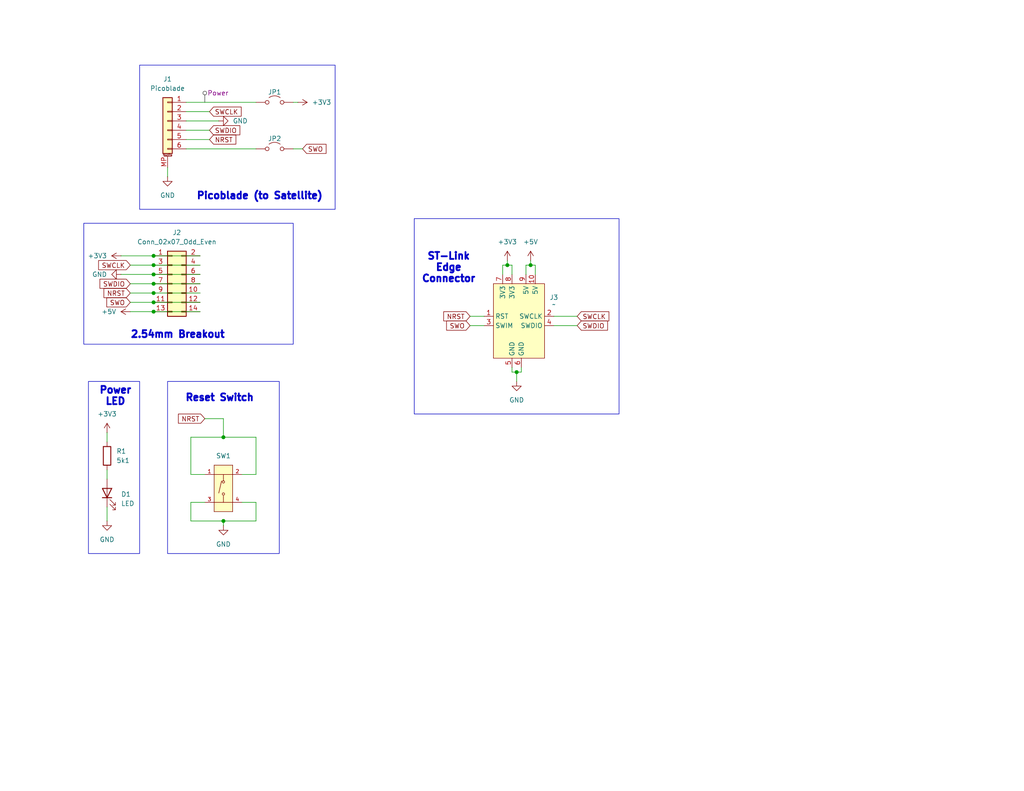
<source format=kicad_sch>
(kicad_sch (version 20250114) (generator "eeschema") (generator_version "9.0")
  (paper "USLetter")
  (title_block (date "2025-04-06") (rev "Rev 1"))
  (lib_symbols
    (symbol "00-symbol-lib:ST_Link_Connector"
      (property "Reference" "J" (at 8.636 9.652 0))
      (symbol "ST_Link_Connector_1_1"
        (rectangle (start -6.35 11.43) (end 7.62 -8.89) (fill (type background)))
        (pin passive line (at -8.89 2.54 0) (length 2.54) (name "RST") (number "1"))
        (pin passive line (at -8.89 0 0) (length 2.54) (name "SWIM") (number "3"))
        (pin passive line (at -3.81 13.97 270) (length 2.54) (name "3V3") (number "7"))
        (pin power_out line (at -1.27 13.97 270) (length 2.54) (name "3V3") (number "8"))
        (pin passive line (at -1.27 -11.43 90) (length 2.54) (name "GND") (number "5"))
        (pin passive line (at 1.27 -11.43 90) (length 2.54) (name "GND") (number "6"))
        (pin power_out line (at 2.54 13.97 270) (length 2.54) (name "5V") (number "9"))
        (pin power_out line (at 5.08 13.97 270) (length 2.54) (name "5V") (number "10"))
        (pin passive line (at 10.16 2.54 180) (length 2.54) (name "SWCLK") (number "2"))
        (pin passive line (at 10.16 0 180) (length 2.54) (name "SWDIO") (number "4"))
      )
    )
    (symbol "00-symbol-lib:Tactile_Button,_160gf" (pin_names (hide yes))
      (property "Reference" "S" (at 0 1.27 0))
      (property "Value" "Tactile_Button,_160gf" (at 0 -8.89 0))
      (symbol "Tactile_Button,_160gf_0_1"
        (polyline (pts (xy -2.54 2.54) (xy 2.54 2.54)))
        (polyline (pts (xy -2.54 -5.08) (xy 2.54 -5.08)))
        (polyline (pts (xy -0.508 0.762) (xy -1.27 -2.54)))
        (polyline (pts (xy 0 0.762) (xy 0 2.54)))
        (circle (center 0 0.508) (radius 0.3175) (fill (type background)))
        (circle (center 0 -2.794) (radius 0.3175) (fill (type background)))
        (polyline (pts (xy 0 -3.302) (xy 0 -5.08)))
        (pin unspecified line (at -5.08 2.54 0) (length 2.54) (name "A") (number "1"))
        (pin unspecified line (at -5.08 -5.08 0) (length 2.54) (name "C") (number "3"))
        (pin unspecified line (at 5.08 2.54 180) (length 2.54) (name "B") (number "2"))
        (pin unspecified line (at 5.08 -5.08 180) (length 2.54) (name "D") (number "4"))
      )
      (symbol "Tactile_Button,_160gf_1_1"
        (rectangle (start -2.54 5.08) (end 2.54 -7.62) (fill (type background)))
      )
    )
    (symbol "Connector_Generic:Conn_02x07_Odd_Even" (pin_names (offset 1.016) (hide yes))
      (property "Reference" "J" (at 1.27 10.16 0))
      (property "Value" "Conn_02x07_Odd_Even" (at 1.27 -10.16 0))
      (symbol "Conn_02x07_Odd_Even_1_1"
        (rectangle (start -1.27 8.89) (end 3.81 -8.89) (stroke (width 0.254)) (fill (type background)))
        (rectangle (start -1.27 7.747) (end 0 7.493) (stroke (width 0.1524)))
        (rectangle (start -1.27 5.207) (end 0 4.953) (stroke (width 0.1524)))
        (rectangle (start -1.27 2.667) (end 0 2.413) (stroke (width 0.1524)))
        (rectangle (start -1.27 0.127) (end 0 -0.127) (stroke (width 0.1524)))
        (rectangle (start -1.27 -2.413) (end 0 -2.667) (stroke (width 0.1524)))
        (rectangle (start -1.27 -4.953) (end 0 -5.207) (stroke (width 0.1524)))
        (rectangle (start -1.27 -7.493) (end 0 -7.747) (stroke (width 0.1524)))
        (rectangle (start 3.81 7.747) (end 2.54 7.493) (stroke (width 0.1524)))
        (rectangle (start 3.81 5.207) (end 2.54 4.953) (stroke (width 0.1524)))
        (rectangle (start 3.81 2.667) (end 2.54 2.413) (stroke (width 0.1524)))
        (rectangle (start 3.81 0.127) (end 2.54 -0.127) (stroke (width 0.1524)))
        (rectangle (start 3.81 -2.413) (end 2.54 -2.667) (stroke (width 0.1524)))
        (rectangle (start 3.81 -4.953) (end 2.54 -5.207) (stroke (width 0.1524)))
        (rectangle (start 3.81 -7.493) (end 2.54 -7.747) (stroke (width 0.1524)))
        (pin passive line (at -5.08 7.62 0) (length 3.81) (name "Pin_1") (number "1"))
        (pin passive line (at -5.08 5.08 0) (length 3.81) (name "Pin_3") (number "3"))
        (pin passive line (at -5.08 2.54 0) (length 3.81) (name "Pin_5") (number "5"))
        (pin passive line (at -5.08 0 0) (length 3.81) (name "Pin_7") (number "7"))
        (pin passive line (at -5.08 -2.54 0) (length 3.81) (name "Pin_9") (number "9"))
        (pin passive line (at -5.08 -5.08 0) (length 3.81) (name "Pin_11") (number "11"))
        (pin passive line (at -5.08 -7.62 0) (length 3.81) (name "Pin_13") (number "13"))
        (pin passive line (at 7.62 7.62 180) (length 3.81) (name "Pin_2") (number "2"))
        (pin passive line (at 7.62 5.08 180) (length 3.81) (name "Pin_4") (number "4"))
        (pin passive line (at 7.62 2.54 180) (length 3.81) (name "Pin_6") (number "6"))
        (pin passive line (at 7.62 0 180) (length 3.81) (name "Pin_8") (number "8"))
        (pin passive line (at 7.62 -2.54 180) (length 3.81) (name "Pin_10") (number "10"))
        (pin passive line (at 7.62 -5.08 180) (length 3.81) (name "Pin_12") (number "12"))
        (pin passive line (at 7.62 -7.62 180) (length 3.81) (name "Pin_14") (number "14"))
      )
    )
    (symbol "Connector_Generic_MountingPin:Conn_01x06_MountingPin" (pin_names (offset 1.016) (hide yes))
      (property "Reference" "J" (at 0 7.62 0))
      (property "Value" "Conn_01x06_MountingPin" (at 1.27 -10.16 0))
      (symbol "Conn_01x06_MountingPin_1_1"
        (rectangle (start -1.27 6.35) (end 1.27 -8.89) (stroke (width 0.254)) (fill (type background)))
        (rectangle (start -1.27 5.207) (end 0 4.953) (stroke (width 0.1524)))
        (rectangle (start -1.27 2.667) (end 0 2.413) (stroke (width 0.1524)))
        (rectangle (start -1.27 0.127) (end 0 -0.127) (stroke (width 0.1524)))
        (rectangle (start -1.27 -2.413) (end 0 -2.667) (stroke (width 0.1524)))
        (rectangle (start -1.27 -4.953) (end 0 -5.207) (stroke (width 0.1524)))
        (rectangle (start -1.27 -7.493) (end 0 -7.747) (stroke (width 0.1524)))
        (polyline (pts (xy -1.016 -9.652) (xy 1.016 -9.652)) (stroke (width 0.1524)))
        (text "Mounting" (at 0 -9.271 0) (effects (font (size 0.381 0.381))))
        (pin passive line (at -5.08 5.08 0) (length 3.81) (name "Pin_1") (number "1"))
        (pin passive line (at -5.08 2.54 0) (length 3.81) (name "Pin_2") (number "2"))
        (pin passive line (at -5.08 0 0) (length 3.81) (name "Pin_3") (number "3"))
        (pin passive line (at -5.08 -2.54 0) (length 3.81) (name "Pin_4") (number "4"))
        (pin passive line (at -5.08 -5.08 0) (length 3.81) (name "Pin_5") (number "5"))
        (pin passive line (at -5.08 -7.62 0) (length 3.81) (name "Pin_6") (number "6"))
        (pin passive line (at 0 -12.7 90) (length 3.048) (name "MountPin") (number "MP"))
      )
    )
    (symbol "Device:LED" (pin_numbers (hide yes)) (pin_names (offset 1.016) (hide yes))
      (property "Reference" "D" (at 0 2.54 0))
      (property "Value" "LED" (at 0 -2.54 0))
      (symbol "LED_0_1"
        (polyline (pts (xy -3.048 -0.762) (xy -4.572 -2.286) (xy -3.81 -2.286) (xy -4.572 -2.286) (xy -4.572 -1.524)))
        (polyline (pts (xy -1.778 -0.762) (xy -3.302 -2.286) (xy -2.54 -2.286) (xy -3.302 -2.286) (xy -3.302 -1.524)))
        (polyline (pts (xy -1.27 0) (xy 1.27 0)))
        (polyline (pts (xy -1.27 -1.27) (xy -1.27 1.27)) (stroke (width 0.254)))
        (polyline (pts (xy 1.27 -1.27) (xy 1.27 1.27) (xy -1.27 0) (xy 1.27 -1.27)) (stroke (width 0.254)))
      )
      (symbol "LED_1_1"
        (pin passive line (at -3.81 0 0) (length 2.54) (name "K") (number "1"))
        (pin passive line (at 3.81 0 180) (length 2.54) (name "A") (number "2"))
      )
    )
    (symbol "Device:R" (pin_numbers (hide yes)) (pin_names (offset 0))
      (property "Reference" "R" (at 2.032 0 90))
      (property "Value" "R" (at 0 0 90))
      (symbol "R_0_1"
        (rectangle (start -1.016 -2.54) (end 1.016 2.54) (stroke (width 0.254)))
      )
      (symbol "R_1_1"
        (pin passive line (at 0 3.81 270) (length 1.27) (name "~") (number "1"))
        (pin passive line (at 0 -3.81 90) (length 1.27) (name "~") (number "2"))
      )
    )
    (symbol "Jumper:Jumper_2_Open" (pin_numbers (hide yes)) (pin_names (offset 0) (hide yes)) (exclude_from_sim yes)
      (property "Reference" "JP" (at 0 2.794 0))
      (property "Value" "Jumper_2_Open" (at 0 -2.286 0))
      (symbol "Jumper_2_Open_0_0"
        (circle (center -2.032 0) (radius 0.508))
        (circle (center 2.032 0) (radius 0.508))
      )
      (symbol "Jumper_2_Open_0_1"
        (arc (start -1.524 1.27) (mid 0 1.778) (end 1.524 1.27))
      )
      (symbol "Jumper_2_Open_1_1"
        (pin passive line (at -5.08 0 0) (length 2.54) (name "A") (number "1"))
        (pin passive line (at 5.08 0 180) (length 2.54) (name "B") (number "2"))
      )
    )
    (symbol "power:+3V3" (power) (pin_numbers (hide yes)) (pin_names (offset 0) (hide yes))
      (property "Value" "+3V3" (at 0 3.556 0))
      (symbol "+3V3_0_1"
        (polyline (pts (xy -0.762 1.27) (xy 0 2.54)))
        (polyline (pts (xy 0 2.54) (xy 0.762 1.27)))
        (polyline (pts (xy 0 0) (xy 0 2.54)))
      )
      (symbol "+3V3_1_1"
        (pin power_in line (at 0 0 90) (length 0) (name "~") (number "1"))
      )
    )
    (symbol "power:+5V" (power) (pin_numbers (hide yes)) (pin_names (offset 0) (hide yes))
      (property "Value" "+5V" (at 0 3.556 0))
      (symbol "+5V_0_1"
        (polyline (pts (xy -0.762 1.27) (xy 0 2.54)))
        (polyline (pts (xy 0 2.54) (xy 0.762 1.27)))
        (polyline (pts (xy 0 0) (xy 0 2.54)))
      )
      (symbol "+5V_1_1"
        (pin power_in line (at 0 0 90) (length 0) (name "~") (number "1"))
      )
    )
    (symbol "power:GND" (power) (pin_numbers (hide yes)) (pin_names (offset 0) (hide yes))
      (property "Value" "GND" (at 0 -3.81 0))
      (symbol "GND_0_1"
        (polyline (pts (xy 0 0) (xy 0 -1.27) (xy 1.27 -1.27) (xy 0 -2.54) (xy -1.27 -1.27) (xy 0 -1.27)))
      )
      (symbol "GND_1_1"
        (pin power_in line (at 0 0 270) (length 0) (name "~") (number "1"))
      )
    )
  )
  (rectangle (start 22.86 60.96) (end 80.01 93.98))
  (rectangle (start 45.72 104.14) (end 76.2 151.13))
  (rectangle (start 24.13 104.14) (end 38.1 151.13))
  (rectangle (start 113.03 59.69) (end 168.91 113.03))
  (rectangle (start 38.1 17.78) (end 91.44 57.15))
  (text "2.54mm Breakout" (at 48.514 91.44 0) (effects (font (size 1.905 1.905) (thickness 0.508) (bold yes))))
  (text "Power\nLED" (at 31.496 108.204 0) (effects (font (size 1.905 1.905) (thickness 0.508) (bold yes))))
  (text "Reset Switch" (at 59.944 108.712 0) (effects (font (size 1.905 1.905) (thickness 0.508) (bold yes))))
  (text "ST-Link\nEdge\nConnector" (at 122.428 73.152 0) (effects (font (size 1.905 1.905) (thickness 0.508) (bold yes))))
  (text "Picoblade (to Satellite)" (at 70.866 53.594 0) (effects (font (size 1.905 1.905) (thickness 0.508) (bold yes))))
  (junction (at 140.97 101.6))
  (junction (at 60.96 119.38))
  (junction (at 41.91 80.01))
  (junction (at 41.91 74.93))
  (junction (at 138.43 72.39))
  (junction (at 41.91 77.47))
  (junction (at 41.91 82.55))
  (junction (at 41.91 85.09))
  (junction (at 41.91 69.85))
  (junction (at 41.91 72.39))
  (junction (at 60.96 142.24))
  (junction (at 144.78 72.39))
  (wire (pts (xy 35.56 85.09) (xy 41.91 85.09)))
  (wire (pts (xy 50.8 33.02) (xy 59.69 33.02)))
  (wire (pts (xy 140.97 101.6) (xy 140.97 104.14)))
  (wire (pts (xy 55.88 137.16) (xy 52.07 137.16)))
  (wire (pts (xy 69.85 137.16) (xy 66.04 137.16)))
  (wire (pts (xy 35.56 77.47) (xy 41.91 77.47)))
  (wire (pts (xy 50.8 30.48) (xy 57.15 30.48)))
  (wire (pts (xy 50.8 38.1) (xy 57.15 38.1)))
  (wire (pts (xy 35.56 80.01) (xy 41.91 80.01)))
  (wire (pts (xy 29.21 128.27) (xy 29.21 130.81)))
  (wire (pts (xy 52.07 129.54) (xy 52.07 119.38)))
  (wire (pts (xy 45.72 45.72) (xy 45.72 48.26)))
  (wire (pts (xy 142.24 101.6) (xy 142.24 100.33)))
  (wire (pts (xy 139.7 72.39) (xy 138.43 72.39)))
  (wire (pts (xy 41.91 77.47) (xy 54.61 77.47)))
  (wire (pts (xy 128.27 86.36) (xy 132.08 86.36)))
  (wire (pts (xy 138.43 72.39) (xy 138.43 71.12)))
  (wire (pts (xy 41.91 74.93) (xy 54.61 74.93)))
  (wire (pts (xy 137.16 72.39) (xy 138.43 72.39)))
  (wire (pts (xy 151.13 86.36) (xy 157.48 86.36)))
  (wire (pts (xy 55.88 129.54) (xy 52.07 129.54)))
  (wire (pts (xy 69.85 129.54) (xy 66.04 129.54)))
  (wire (pts (xy 52.07 142.24) (xy 60.96 142.24)))
  (wire (pts (xy 29.21 118.11) (xy 29.21 120.65)))
  (wire (pts (xy 35.56 82.55) (xy 41.91 82.55)))
  (wire (pts (xy 144.78 72.39) (xy 144.78 71.12)))
  (wire (pts (xy 80.01 40.64) (xy 82.55 40.64)))
  (wire (pts (xy 29.21 142.24) (xy 29.21 138.43)))
  (wire (pts (xy 146.05 72.39) (xy 144.78 72.39)))
  (wire (pts (xy 41.91 69.85) (xy 54.61 69.85)))
  (wire (pts (xy 137.16 74.93) (xy 137.16 72.39)))
  (wire (pts (xy 60.96 142.24) (xy 69.85 142.24)))
  (wire (pts (xy 33.02 74.93) (xy 41.91 74.93)))
  (wire (pts (xy 35.56 72.39) (xy 41.91 72.39)))
  (wire (pts (xy 143.51 72.39) (xy 144.78 72.39)))
  (wire (pts (xy 60.96 119.38) (xy 69.85 119.38)))
  (wire (pts (xy 50.8 27.94) (xy 69.85 27.94)))
  (wire (pts (xy 139.7 101.6) (xy 140.97 101.6)))
  (wire (pts (xy 69.85 142.24) (xy 69.85 137.16)))
  (wire (pts (xy 69.85 119.38) (xy 69.85 129.54)))
  (wire (pts (xy 146.05 74.93) (xy 146.05 72.39)))
  (wire (pts (xy 41.91 80.01) (xy 54.61 80.01)))
  (wire (pts (xy 80.01 27.94) (xy 81.28 27.94)))
  (wire (pts (xy 41.91 82.55) (xy 54.61 82.55)))
  (wire (pts (xy 33.02 69.85) (xy 41.91 69.85)))
  (wire (pts (xy 60.96 114.3) (xy 60.96 119.38)))
  (wire (pts (xy 140.97 101.6) (xy 142.24 101.6)))
  (wire (pts (xy 52.07 119.38) (xy 60.96 119.38)))
  (wire (pts (xy 41.91 85.09) (xy 54.61 85.09)))
  (wire (pts (xy 50.8 35.56) (xy 57.15 35.56)))
  (wire (pts (xy 139.7 72.39) (xy 139.7 74.93)))
  (wire (pts (xy 60.96 142.24) (xy 60.96 143.51)))
  (wire (pts (xy 50.8 40.64) (xy 69.85 40.64)))
  (wire (pts (xy 52.07 137.16) (xy 52.07 142.24)))
  (wire (pts (xy 41.91 72.39) (xy 54.61 72.39)))
  (wire (pts (xy 143.51 74.93) (xy 143.51 72.39)))
  (wire (pts (xy 139.7 100.33) (xy 139.7 101.6)))
  (wire (pts (xy 55.88 114.3) (xy 60.96 114.3)))
  (wire (pts (xy 151.13 88.9) (xy 157.48 88.9)))
  (wire (pts (xy 128.27 88.9) (xy 132.08 88.9)))
  (global_label "SWO" (shape input) (at 35.56 82.55 180) (property "Intersheetrefs" "${INTERSHEET_REFS}" (effects (hide yes))))
  (global_label "SWDIO" (shape input) (at 57.15 35.56 0) (property "Intersheetrefs" "${INTERSHEET_REFS}" (effects (hide yes))))
  (global_label "SWCLK" (shape input) (at 35.56 72.39 180) (property "Intersheetrefs" "${INTERSHEET_REFS}" (effects (hide yes))))
  (global_label "SWDIO" (shape input) (at 157.48 88.9 0) (property "Intersheetrefs" "${INTERSHEET_REFS}" (effects (hide yes))))
  (global_label "NRST" (shape input) (at 57.15 38.1 0) (property "Intersheetrefs" "${INTERSHEET_REFS}" (effects (hide yes))))
  (global_label "NRST" (shape input) (at 55.88 114.3 180) (property "Intersheetrefs" "${INTERSHEET_REFS}" (effects (hide yes))))
  (global_label "SWDIO" (shape input) (at 35.56 77.47 180) (property "Intersheetrefs" "${INTERSHEET_REFS}" (effects (hide yes))))
  (global_label "SWCLK" (shape input) (at 57.15 30.48 0) (property "Intersheetrefs" "${INTERSHEET_REFS}" (effects (hide yes))))
  (global_label "SWO" (shape input) (at 128.27 88.9 180) (property "Intersheetrefs" "${INTERSHEET_REFS}" (effects (hide yes))))
  (global_label "NRST" (shape input) (at 128.27 86.36 180) (property "Intersheetrefs" "${INTERSHEET_REFS}" (effects (hide yes))))
  (global_label "SWCLK" (shape input) (at 157.48 86.36 0) (property "Intersheetrefs" "${INTERSHEET_REFS}" (effects (hide yes))))
  (global_label "SWO" (shape input) (at 82.55 40.64 0) (property "Intersheetrefs" "${INTERSHEET_REFS}" (effects (hide yes))))
  (global_label "NRST" (shape input) (at 35.56 80.01 180) (property "Intersheetrefs" "${INTERSHEET_REFS}" (effects (hide yes))))
  (netclass_flag "" (length 2.54) (shape round) (at 55.88 27.94 0) (property "Netclass" "Power" (at 56.5785 25.4 0) (effects (justify left))))
  (symbol (lib_id "Jumper:Jumper_2_Open") (at 74.93 27.94 0) (unit 1)
    (property "Reference" "JP1" (at 74.93 25.146 0))
    (property "Value" "Jumper_2_Open" (effects (hide yes)))
    (property "Footprint" "Connector_PinHeader_2.54mm:PinHeader_2x01_P2.54mm_Vertical" (effects (hide yes)))
    (property "Description" "Jumper, 2-pole, open" (effects (hide yes)))
  )
  (symbol (lib_id "power:GND") (at 140.97 104.14 0) (unit 1)
    (property "Reference" "#PWR012" (effects (hide yes)))
    (property "Value" "GND" (at 140.97 109.22 0))
    (property "Description" "Power symbol creates a global label with name \"GND\" , ground" (effects (hide yes)))
  )
  (symbol (lib_id "power:+5V") (at 144.78 71.12 0) (unit 1)
    (property "Reference" "#PWR011" (effects (hide yes)))
    (property "Value" "+5V" (at 144.78 66.04 0))
    (property "Description" "Power symbol creates a global label with name \"+5V\"" (effects (hide yes)))
  )
  (symbol (lib_id "Jumper:Jumper_2_Open") (at 74.93 40.64 0) (unit 1)
    (property "Reference" "JP2" (at 74.93 37.846 0))
    (property "Value" "Jumper_2_Open" (effects (hide yes)))
    (property "Footprint" "Connector_PinHeader_2.54mm:PinHeader_2x01_P2.54mm_Vertical" (effects (hide yes)))
    (property "Description" "Jumper, 2-pole, open" (effects (hide yes)))
  )
  (symbol (lib_id "power:GND") (at 29.21 142.24 0) (unit 1)
    (property "Reference" "#PWR07" (effects (hide yes)))
    (property "Value" "GND" (at 29.21 147.32 0))
    (property "Description" "Power symbol creates a global label with name \"GND\" , ground" (effects (hide yes)))
  )
  (symbol (lib_id "power:+5V") (at 35.56 85.09 90) (unit 1)
    (property "Reference" "#PWR09" (effects (hide yes)))
    (property "Value" "+5V" (at 31.75 85.0899 90) (effects (justify left)))
    (property "Description" "Power symbol creates a global label with name \"+5V\"" (effects (hide yes)))
  )
  (symbol (lib_id "00-symbol-lib:Tactile_Button,_160gf") (at 60.96 132.08 0) (unit 1)
    (property "Reference" "SW1" (at 60.96 124.46 0))
    (property "Value" "Tactile_Button,_160gf" (effects (hide yes)))
    (property "Footprint" "00-footprint-lib:SW-SMD_4P-L5.1-W5.1-P3.70-LS6.5-TL-2" (effects (hide yes)))
    (property "Datasheet" "https://www.lcsc.com/datasheet/lcsc_datasheet_2304140030_XKB-Connection-TS-1187A-B-A-B_C318884.pdf" (effects (hide yes)))
    (property "Description" "None Without 50mA 5.1mm 100000 Times 160gf 12V 5.1mm 1.5mm Round Button Standing paste SPST SMD Tactile Switches ROHS" (effects (hide yes)))
    (property "LCSC" "C318884" (effects (hide yes)))
    (property "Stock" "429768" (effects (hide yes)))
    (property "Price" "0.025USD" (effects (hide yes)))
    (property "Process" "SMT" (effects (hide yes)))
    (property "Minimum Qty" "10" (effects (hide yes)))
    (property "Attrition Qty" "5" (effects (hide yes)))
    (property "Class" "Basic Component" (effects (hide yes)))
    (property "Category" "Switches,Tactile Switches" (effects (hide yes)))
    (property "Manufacturer" "XKB Connectivity" (effects (hide yes)))
    (property "Part" "TS-1187A-B-A-B" (effects (hide yes)))
    (property "Switch Length" "5.1mm" (effects (hide yes)))
    (property "Voltage Rating (Dc)" "12V" (effects (hide yes)))
    (property "With Lamp" "No" (effects (hide yes)))
    (property "Operating Force" "160gf" (effects (hide yes)))
    (property "Actuator/Cap Color" "Golden" (effects (hide yes)))
    (property "Mechanical Life" "100000 Times" (effects (hide yes)))
    (property "Strike Gundam" "NO" (effects (hide yes)))
    (property "Circuit" "SPST" (effects (hide yes)))
    (property "Switch Height" "1.5mm" (effects (hide yes)))
    (property "Actuator Style" "Round Button" (effects (hide yes)))
    (property "Switch Width" "5.1mm" (effects (hide yes)))
    (property "Contact Current" "50mA" (effects (hide yes)))
    (property "Operating Temperature" "-30°C~+85°C" (effects (hide yes)))
    (property "Mounting Style" "Brick nogging" (effects (hide yes)))
  )
  (symbol (lib_id "Connector_Generic:Conn_02x07_Odd_Even") (at 46.99 77.47 0) (unit 1)
    (property "Reference" "J2" (at 48.26 63.5 0))
    (property "Value" "Conn_02x07_Odd_Even" (at 48.26 66.04 0))
    (property "Footprint" "00-footprint-lib:PinHeaderSocket_2x07_P2.54mm_Vertical" (effects (hide yes)))
    (property "Description" "Generic connector, double row, 02x07, odd/even pin numbering scheme (row 1 odd numbers, row 2 even numbers), script generated (kicad-library-utils/schlib/autogen/connector/)" (effects (hide yes)))
  )
  (symbol (lib_id "Device:LED") (at 29.21 134.62 90) (unit 1)
    (property "Reference" "D1" (at 33.02 134.9374 90) (effects (justify right)))
    (property "Value" "LED" (at 33.02 137.4774 90) (effects (justify right)))
    (property "Footprint" "LED_SMD:LED_0603_1608Metric_Pad1.05x0.95mm_HandSolder" (effects (hide yes)))
    (property "Description" "Light emitting diode" (effects (hide yes)))
    (property "Sim.Pins" "1=K 2=A" (effects (hide yes)))
  )
  (symbol (lib_id "power:+3V3") (at 81.28 27.94 270) (unit 1)
    (property "Reference" "#PWR01" (effects (hide yes)))
    (property "Value" "+3V3" (at 85.09 27.9399 90) (effects (justify left)))
    (property "Description" "Power symbol creates a global label with name \"+3V3\"" (effects (hide yes)))
  )
  (symbol (lib_id "00-symbol-lib:ST_Link_Connector") (at 140.97 88.9 0) (unit 1)
    (property "Reference" "J3" (at 151.13 81.2098 0))
    (property "Value" "~" (at 151.13 83.1149 0))
    (property "Footprint" "00-footprint-lib:ST_Link_Edge_Connector" (effects (hide yes)))
    (property "Datasheet" "https://vi.aliexpress.com/item/1005003575620794.html" (effects (hide yes)))
  )
  (symbol (lib_id "power:GND") (at 60.96 143.51 0) (unit 1)
    (property "Reference" "#PWR04" (effects (hide yes)))
    (property "Value" "GND" (at 60.96 148.59 0))
    (property "Description" "Power symbol creates a global label with name \"GND\" , ground" (effects (hide yes)))
  )
  (symbol (lib_id "power:+3V3") (at 29.21 118.11 0) (unit 1)
    (property "Reference" "#PWR08" (effects (hide yes)))
    (property "Value" "+3V3" (at 29.21 113.03 0))
    (property "Description" "Power symbol creates a global label with name \"+3V3\"" (effects (hide yes)))
  )
  (symbol (lib_id "power:GND") (at 33.02 74.93 270) (mirror x) (unit 1)
    (property "Reference" "#PWR06" (effects (hide yes)))
    (property "Value" "GND" (at 29.21 74.9299 90) (effects (justify right)))
    (property "Description" "Power symbol creates a global label with name \"GND\" , ground" (effects (hide yes)))
  )
  (symbol (lib_id "power:GND") (at 45.72 48.26 0) (unit 1)
    (property "Reference" "#PWR02" (effects (hide yes)))
    (property "Value" "GND" (at 45.72 53.34 0))
    (property "Description" "Power symbol creates a global label with name \"GND\" , ground" (effects (hide yes)))
  )
  (symbol (lib_id "Device:R") (at 29.21 124.46 0) (unit 1)
    (property "Reference" "R1" (at 31.75 123.1899 0) (effects (justify left)))
    (property "Value" "5k1" (at 31.75 125.7299 0) (effects (justify left)))
    (property "Footprint" "Resistor_SMD:R_0603_1608Metric_Pad0.98x0.95mm_HandSolder" (effects (hide yes)))
    (property "Description" "Resistor" (effects (hide yes)))
  )
  (symbol (lib_id "power:+3V3") (at 138.43 71.12 0) (unit 1)
    (property "Reference" "#PWR010" (effects (hide yes)))
    (property "Value" "+3V3" (at 138.43 66.04 0))
    (property "Description" "Power symbol creates a global label with name \"+3V3\"" (effects (hide yes)))
  )
  (symbol (lib_id "power:GND") (at 59.69 33.02 90) (unit 1)
    (property "Reference" "#PWR03" (effects (hide yes)))
    (property "Value" "GND" (at 63.5 33.0199 90) (effects (justify right)))
    (property "Description" "Power symbol creates a global label with name \"GND\" , ground" (effects (hide yes)))
  )
  (symbol (lib_id "power:+3V3") (at 33.02 69.85 90) (mirror x) (unit 1)
    (property "Reference" "#PWR05" (effects (hide yes)))
    (property "Value" "+3V3" (at 29.21 69.8499 90) (effects (justify left)))
    (property "Description" "Power symbol creates a global label with name \"+3V3\"" (effects (hide yes)))
  )
  (symbol (lib_id "Connector_Generic_MountingPin:Conn_01x06_MountingPin") (at 45.72 33.02 0) (mirror y) (unit 1)
    (property "Reference" "J1" (at 45.72 21.59 0))
    (property "Value" "Picoblade" (at 45.72 24.13 0))
    (property "Footprint" "Connector_Molex:Molex_PicoBlade_53261-0671_1x06-1MP_P1.25mm_Horizontal" (effects (hide yes)))
    (property "Description" "Generic connectable mounting pin connector, single row, 01x06, script generated (kicad-library-utils/schlib/autogen/connector/)" (effects (hide yes)))
  )
)
</source>
